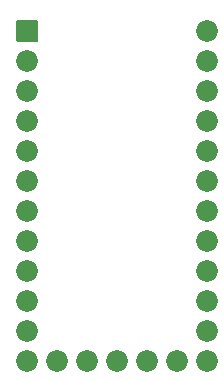
<source format=gbr>
%TF.GenerationSoftware,KiCad,Pcbnew,(5.1.9)-1*%
%TF.CreationDate,2021-07-11T13:39:41+02:00*%
%TF.ProjectId,TinyFPGA-A,54696e79-4650-4474-912d-412e6b696361,rev?*%
%TF.SameCoordinates,Original*%
%TF.FileFunction,Soldermask,Bot*%
%TF.FilePolarity,Negative*%
%FSLAX46Y46*%
G04 Gerber Fmt 4.6, Leading zero omitted, Abs format (unit mm)*
G04 Created by KiCad (PCBNEW (5.1.9)-1) date 2021-07-11 13:39:41*
%MOMM*%
%LPD*%
G01*
G04 APERTURE LIST*
%ADD10C,1.840000*%
%ADD11O,1.840000X1.840000*%
G04 APERTURE END LIST*
D10*
%TO.C,J3*%
X83820000Y-147320000D03*
D11*
X86360000Y-147320000D03*
X88900000Y-147320000D03*
X91440000Y-147320000D03*
X93980000Y-147320000D03*
%TD*%
%TO.C,J2*%
X96520000Y-147320000D03*
X96520000Y-144780000D03*
X96520000Y-142240000D03*
X96520000Y-139700000D03*
X96520000Y-137160000D03*
X96520000Y-134620000D03*
X96520000Y-132080000D03*
X96520000Y-129540000D03*
X96520000Y-127000000D03*
X96520000Y-124460000D03*
X96520000Y-121920000D03*
D10*
X96520000Y-119380000D03*
%TD*%
%TO.C,J1*%
G36*
G01*
X80360000Y-120230000D02*
X80360000Y-118530000D01*
G75*
G02*
X80430000Y-118460000I70000J0D01*
G01*
X82130000Y-118460000D01*
G75*
G02*
X82200000Y-118530000I0J-70000D01*
G01*
X82200000Y-120230000D01*
G75*
G02*
X82130000Y-120300000I-70000J0D01*
G01*
X80430000Y-120300000D01*
G75*
G02*
X80360000Y-120230000I0J70000D01*
G01*
G37*
D11*
X81280000Y-121920000D03*
X81280000Y-124460000D03*
X81280000Y-127000000D03*
X81280000Y-129540000D03*
X81280000Y-132080000D03*
X81280000Y-134620000D03*
X81280000Y-137160000D03*
X81280000Y-139700000D03*
X81280000Y-142240000D03*
X81280000Y-144780000D03*
X81280000Y-147320000D03*
%TD*%
M02*

</source>
